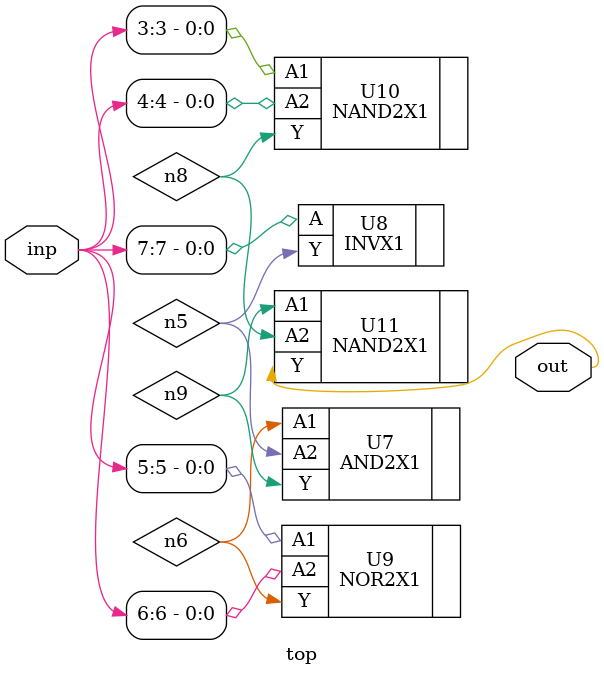
<source format=sv>


module top ( inp, out );
  input [7:0] inp;
  output out;
  wire   n5, n6, n8, n9;

  AND2X1 U7 ( .A1(n6), .A2(n5), .Y(n9) );
  INVX1 U8 ( .A(inp[7]), .Y(n5) );
  NOR2X1 U9 ( .A1(inp[5]), .A2(inp[6]), .Y(n6) );
  NAND2X1 U10 ( .A1(inp[3]), .A2(inp[4]), .Y(n8) );
  NAND2X1 U11 ( .A1(n9), .A2(n8), .Y(out) );
endmodule


</source>
